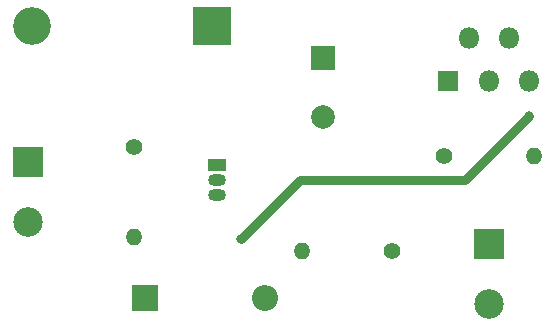
<source format=gbr>
%TF.GenerationSoftware,KiCad,Pcbnew,(6.0.2)*%
%TF.CreationDate,2022-08-07T03:32:02+03:00*%
%TF.ProjectId,LM2596_invertingBuck_5,4c4d3235-3936-45f6-996e-76657274696e,rev?*%
%TF.SameCoordinates,Original*%
%TF.FileFunction,Copper,L2,Bot*%
%TF.FilePolarity,Positive*%
%FSLAX46Y46*%
G04 Gerber Fmt 4.6, Leading zero omitted, Abs format (unit mm)*
G04 Created by KiCad (PCBNEW (6.0.2)) date 2022-08-07 03:32:02*
%MOMM*%
%LPD*%
G01*
G04 APERTURE LIST*
%TA.AperFunction,ComponentPad*%
%ADD10R,1.800000X1.800000*%
%TD*%
%TA.AperFunction,ComponentPad*%
%ADD11O,1.800000X1.800000*%
%TD*%
%TA.AperFunction,ComponentPad*%
%ADD12R,2.500000X2.500000*%
%TD*%
%TA.AperFunction,ComponentPad*%
%ADD13C,2.500000*%
%TD*%
%TA.AperFunction,ComponentPad*%
%ADD14R,1.500000X1.050000*%
%TD*%
%TA.AperFunction,ComponentPad*%
%ADD15O,1.500000X1.050000*%
%TD*%
%TA.AperFunction,ComponentPad*%
%ADD16C,1.400000*%
%TD*%
%TA.AperFunction,ComponentPad*%
%ADD17O,1.400000X1.400000*%
%TD*%
%TA.AperFunction,ComponentPad*%
%ADD18R,2.000000X2.000000*%
%TD*%
%TA.AperFunction,ComponentPad*%
%ADD19C,2.000000*%
%TD*%
%TA.AperFunction,ComponentPad*%
%ADD20R,3.200000X3.200000*%
%TD*%
%TA.AperFunction,ComponentPad*%
%ADD21O,3.200000X3.200000*%
%TD*%
%TA.AperFunction,ComponentPad*%
%ADD22R,2.200000X2.200000*%
%TD*%
%TA.AperFunction,ComponentPad*%
%ADD23O,2.200000X2.200000*%
%TD*%
%TA.AperFunction,ViaPad*%
%ADD24C,0.800000*%
%TD*%
%TA.AperFunction,Conductor*%
%ADD25C,0.750000*%
%TD*%
G04 APERTURE END LIST*
D10*
%TO.P,U1,1,VIN*%
%TO.N,Net-(C1-Pad1)*%
X132600000Y-78650000D03*
D11*
%TO.P,U1,2,OUT*%
%TO.N,unconnected-(U1-Pad2)*%
X134300000Y-74950000D03*
%TO.P,U1,3,GND*%
%TO.N,Net-(C1-Pad2)*%
X136000000Y-78650000D03*
%TO.P,U1,4,FB*%
%TO.N,GND*%
X137700000Y-74950000D03*
%TO.P,U1,5,~{ON}/OFF*%
%TO.N,Net-(Q1-Pad3)*%
X139400000Y-78650000D03*
%TD*%
D12*
%TO.P,J2,1,Pin_1*%
%TO.N,Net-(C1-Pad2)*%
X136000000Y-92455000D03*
D13*
%TO.P,J2,2,Pin_2*%
%TO.N,GND*%
X136000000Y-97535000D03*
%TD*%
D14*
%TO.P,Q1,1,E*%
%TO.N,Net-(C1-Pad2)*%
X113000000Y-85730000D03*
D15*
%TO.P,Q1,2,B*%
%TO.N,Net-(D2-Pad2)*%
X113000000Y-87000000D03*
%TO.P,Q1,3,C*%
%TO.N,Net-(Q1-Pad3)*%
X113000000Y-88270000D03*
%TD*%
D16*
%TO.P,R3,1*%
%TO.N,Net-(C1-Pad1)*%
X132190000Y-85000000D03*
D17*
%TO.P,R3,2*%
%TO.N,Net-(Q1-Pad3)*%
X139810000Y-85000000D03*
%TD*%
D18*
%TO.P,C1,1*%
%TO.N,Net-(C1-Pad1)*%
X122000000Y-76632323D03*
D19*
%TO.P,C1,2*%
%TO.N,Net-(C1-Pad2)*%
X122000000Y-81632323D03*
%TD*%
D12*
%TO.P,J1,1,Pin_1*%
%TO.N,VCC*%
X97000000Y-85455000D03*
D13*
%TO.P,J1,2,Pin_2*%
%TO.N,GND*%
X97000000Y-90535000D03*
%TD*%
D20*
%TO.P,D1,1,K*%
%TO.N,Net-(C1-Pad1)*%
X112620000Y-74000000D03*
D21*
%TO.P,D1,2,A*%
%TO.N,VCC*%
X97380000Y-74000000D03*
%TD*%
D16*
%TO.P,R2,1*%
%TO.N,Net-(C1-Pad2)*%
X127810000Y-93000000D03*
D17*
%TO.P,R2,2*%
%TO.N,Net-(D2-Pad2)*%
X120190000Y-93000000D03*
%TD*%
D16*
%TO.P,R1,1*%
%TO.N,Net-(C1-Pad1)*%
X106000000Y-84190000D03*
D17*
%TO.P,R1,2*%
%TO.N,Net-(D2-Pad1)*%
X106000000Y-91810000D03*
%TD*%
D22*
%TO.P,D2,1,K*%
%TO.N,Net-(D2-Pad1)*%
X106920000Y-97000000D03*
D23*
%TO.P,D2,2,A*%
%TO.N,Net-(D2-Pad2)*%
X117080000Y-97000000D03*
%TD*%
D24*
%TO.N,Net-(Q1-Pad3)*%
X139400000Y-81600000D03*
X115000000Y-92000000D03*
%TD*%
D25*
%TO.N,Net-(Q1-Pad3)*%
X134000000Y-87000000D02*
X139400000Y-81600000D01*
X120000000Y-87000000D02*
X134000000Y-87000000D01*
X115000000Y-92000000D02*
X120000000Y-87000000D01*
%TD*%
M02*

</source>
